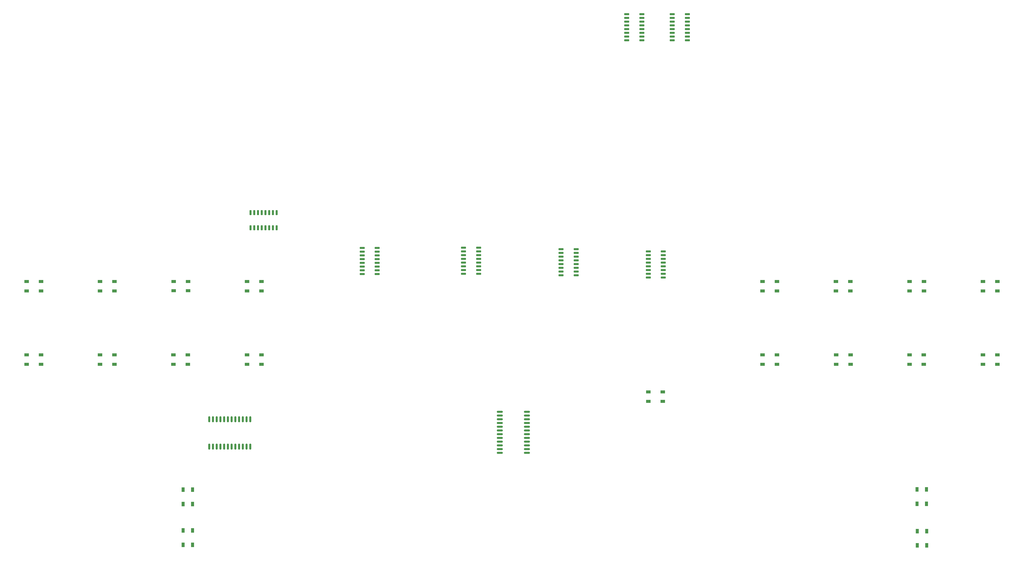
<source format=gbr>
%TF.GenerationSoftware,KiCad,Pcbnew,(5.99.0-11071-g7fde05e8ee)*%
%TF.CreationDate,2021-06-18T03:57:19+02:00*%
%TF.ProjectId,Mixduino,4d697864-7569-46e6-9f2e-6b696361645f,rev?*%
%TF.SameCoordinates,Original*%
%TF.FileFunction,Paste,Top*%
%TF.FilePolarity,Positive*%
%FSLAX46Y46*%
G04 Gerber Fmt 4.6, Leading zero omitted, Abs format (unit mm)*
G04 Created by KiCad (PCBNEW (5.99.0-11071-g7fde05e8ee)) date 2021-06-18 03:57:19*
%MOMM*%
%LPD*%
G01*
G04 APERTURE LIST*
G04 Aperture macros list*
%AMRoundRect*
0 Rectangle with rounded corners*
0 $1 Rounding radius*
0 $2 $3 $4 $5 $6 $7 $8 $9 X,Y pos of 4 corners*
0 Add a 4 corners polygon primitive as box body*
4,1,4,$2,$3,$4,$5,$6,$7,$8,$9,$2,$3,0*
0 Add four circle primitives for the rounded corners*
1,1,$1+$1,$2,$3*
1,1,$1+$1,$4,$5*
1,1,$1+$1,$6,$7*
1,1,$1+$1,$8,$9*
0 Add four rect primitives between the rounded corners*
20,1,$1+$1,$2,$3,$4,$5,0*
20,1,$1+$1,$4,$5,$6,$7,0*
20,1,$1+$1,$6,$7,$8,$9,0*
20,1,$1+$1,$8,$9,$2,$3,0*%
G04 Aperture macros list end*
%ADD10RoundRect,0.150000X0.725000X0.150000X-0.725000X0.150000X-0.725000X-0.150000X0.725000X-0.150000X0*%
%ADD11R,1.500000X1.000000*%
%ADD12RoundRect,0.150000X0.150000X-0.875000X0.150000X0.875000X-0.150000X0.875000X-0.150000X-0.875000X0*%
%ADD13RoundRect,0.150000X0.150000X-0.725000X0.150000X0.725000X-0.150000X0.725000X-0.150000X-0.725000X0*%
%ADD14R,1.000000X1.500000*%
%ADD15RoundRect,0.150000X-0.725000X-0.150000X0.725000X-0.150000X0.725000X0.150000X-0.725000X0.150000X0*%
%ADD16RoundRect,0.150000X-0.875000X-0.150000X0.875000X-0.150000X0.875000X0.150000X-0.875000X0.150000X0*%
G04 APERTURE END LIST*
D10*
%TO.C,UVU-LINE3*%
X321580000Y-158380000D03*
X321580000Y-157110000D03*
X321580000Y-155840000D03*
X321580000Y-154570000D03*
X321580000Y-153300000D03*
X321580000Y-152030000D03*
X321580000Y-150760000D03*
X321580000Y-149490000D03*
X316430000Y-149490000D03*
X316430000Y-150760000D03*
X316430000Y-152030000D03*
X316430000Y-153300000D03*
X316430000Y-154570000D03*
X316430000Y-155840000D03*
X316430000Y-157110000D03*
X316430000Y-158380000D03*
%TD*%
D11*
%TO.C,NP2*%
X159555000Y-160504900D03*
X159555000Y-163704900D03*
X164455000Y-163704900D03*
X164455000Y-160504900D03*
%TD*%
%TO.C,NP19*%
X346150000Y-198100000D03*
X346150000Y-201300000D03*
X351050000Y-201300000D03*
X351050000Y-198100000D03*
%TD*%
%TO.C,NP13*%
X410065000Y-185510000D03*
X410065000Y-188710000D03*
X414965000Y-188710000D03*
X414965000Y-185510000D03*
%TD*%
%TO.C,NP1*%
X134570000Y-160480000D03*
X134570000Y-163680000D03*
X139470000Y-163680000D03*
X139470000Y-160480000D03*
%TD*%
D12*
%TO.C,IC-MPLEX-2*%
X196723000Y-216740000D03*
X197993000Y-216740000D03*
X199263000Y-216740000D03*
X200533000Y-216740000D03*
X201803000Y-216740000D03*
X203073000Y-216740000D03*
X204343000Y-216740000D03*
X205613000Y-216740000D03*
X206883000Y-216740000D03*
X208153000Y-216740000D03*
X209423000Y-216740000D03*
X210693000Y-216740000D03*
X210693000Y-207440000D03*
X209423000Y-207440000D03*
X208153000Y-207440000D03*
X206883000Y-207440000D03*
X205613000Y-207440000D03*
X204343000Y-207440000D03*
X203073000Y-207440000D03*
X201803000Y-207440000D03*
X200533000Y-207440000D03*
X199263000Y-207440000D03*
X197993000Y-207440000D03*
X196723000Y-207440000D03*
%TD*%
D11*
%TO.C,NP7*%
X184555000Y-185504900D03*
X184555000Y-188704900D03*
X189455000Y-188704900D03*
X189455000Y-185504900D03*
%TD*%
D13*
%TO.C,U-LEDS1*%
X210755000Y-142225000D03*
X212025000Y-142225000D03*
X213295000Y-142225000D03*
X214565000Y-142225000D03*
X215835000Y-142225000D03*
X217105000Y-142225000D03*
X218375000Y-142225000D03*
X219645000Y-142225000D03*
X219645000Y-137075000D03*
X218375000Y-137075000D03*
X217105000Y-137075000D03*
X215835000Y-137075000D03*
X214565000Y-137075000D03*
X213295000Y-137075000D03*
X212025000Y-137075000D03*
X210755000Y-137075000D03*
%TD*%
D10*
%TO.C,U-LEDSR1*%
X351275000Y-159145000D03*
X351275000Y-157875000D03*
X351275000Y-156605000D03*
X351275000Y-155335000D03*
X351275000Y-154065000D03*
X351275000Y-152795000D03*
X351275000Y-151525000D03*
X351275000Y-150255000D03*
X346125000Y-150255000D03*
X346125000Y-151525000D03*
X346125000Y-152795000D03*
X346125000Y-154065000D03*
X346125000Y-155335000D03*
X346125000Y-156605000D03*
X346125000Y-157875000D03*
X346125000Y-159145000D03*
%TD*%
D11*
%TO.C,NP5*%
X134580000Y-185460000D03*
X134580000Y-188660000D03*
X139480000Y-188660000D03*
X139480000Y-185460000D03*
%TD*%
D14*
%TO.C,NP9*%
X187830000Y-236270000D03*
X191030000Y-236270000D03*
X191030000Y-231370000D03*
X187830000Y-231370000D03*
%TD*%
D11*
%TO.C,NP16*%
X435055000Y-160494900D03*
X435055000Y-163694900D03*
X439955000Y-163694900D03*
X439955000Y-160494900D03*
%TD*%
%TO.C,NP3*%
X184590000Y-160460000D03*
X184590000Y-163660000D03*
X189490000Y-163660000D03*
X189490000Y-160460000D03*
%TD*%
%TO.C,NP14*%
X385050000Y-185470000D03*
X385050000Y-188670000D03*
X389950000Y-188670000D03*
X389950000Y-185470000D03*
%TD*%
%TO.C,NP8*%
X209590000Y-185480000D03*
X209590000Y-188680000D03*
X214490000Y-188680000D03*
X214490000Y-185480000D03*
%TD*%
%TO.C,NP12*%
X435030000Y-185490000D03*
X435030000Y-188690000D03*
X439930000Y-188690000D03*
X439930000Y-185490000D03*
%TD*%
D14*
%TO.C,NP10*%
X187840000Y-250170000D03*
X191040000Y-250170000D03*
X191040000Y-245270000D03*
X187840000Y-245270000D03*
%TD*%
%TO.C,NP20*%
X437630000Y-236190000D03*
X440830000Y-236190000D03*
X440830000Y-231290000D03*
X437630000Y-231290000D03*
%TD*%
D11*
%TO.C,NP4*%
X209575000Y-160474900D03*
X209575000Y-163674900D03*
X214475000Y-163674900D03*
X214475000Y-160474900D03*
%TD*%
D15*
%TO.C,UVU-MASTER-L1*%
X338801000Y-69455000D03*
X338801000Y-70725000D03*
X338801000Y-71995000D03*
X338801000Y-73265000D03*
X338801000Y-74535000D03*
X338801000Y-75805000D03*
X338801000Y-77075000D03*
X338801000Y-78345000D03*
X343951000Y-78345000D03*
X343951000Y-77075000D03*
X343951000Y-75805000D03*
X343951000Y-74535000D03*
X343951000Y-73265000D03*
X343951000Y-71995000D03*
X343951000Y-70725000D03*
X343951000Y-69455000D03*
%TD*%
D11*
%TO.C,NP6*%
X159585000Y-185504900D03*
X159585000Y-188704900D03*
X164485000Y-188704900D03*
X164485000Y-185504900D03*
%TD*%
D16*
%TO.C,IC-MPLEX-1*%
X295578000Y-204851000D03*
X295578000Y-206121000D03*
X295578000Y-207391000D03*
X295578000Y-208661000D03*
X295578000Y-209931000D03*
X295578000Y-211201000D03*
X295578000Y-212471000D03*
X295578000Y-213741000D03*
X295578000Y-215011000D03*
X295578000Y-216281000D03*
X295578000Y-217551000D03*
X295578000Y-218821000D03*
X304878000Y-218821000D03*
X304878000Y-217551000D03*
X304878000Y-216281000D03*
X304878000Y-215011000D03*
X304878000Y-213741000D03*
X304878000Y-212471000D03*
X304878000Y-211201000D03*
X304878000Y-209931000D03*
X304878000Y-208661000D03*
X304878000Y-207391000D03*
X304878000Y-206121000D03*
X304878000Y-204851000D03*
%TD*%
D11*
%TO.C,NP11*%
X460055000Y-185484900D03*
X460055000Y-188684900D03*
X464955000Y-188684900D03*
X464955000Y-185484900D03*
%TD*%
D15*
%TO.C,UVU-MASTER-R1*%
X354295000Y-69469000D03*
X354295000Y-70739000D03*
X354295000Y-72009000D03*
X354295000Y-73279000D03*
X354295000Y-74549000D03*
X354295000Y-75819000D03*
X354295000Y-77089000D03*
X354295000Y-78359000D03*
X359445000Y-78359000D03*
X359445000Y-77089000D03*
X359445000Y-75819000D03*
X359445000Y-74549000D03*
X359445000Y-73279000D03*
X359445000Y-72009000D03*
X359445000Y-70739000D03*
X359445000Y-69469000D03*
%TD*%
D11*
%TO.C,NP17*%
X410035000Y-160504900D03*
X410035000Y-163704900D03*
X414935000Y-163704900D03*
X414935000Y-160504900D03*
%TD*%
%TO.C,NP15*%
X460060000Y-160470000D03*
X460060000Y-163670000D03*
X464960000Y-163670000D03*
X464960000Y-160470000D03*
%TD*%
D10*
%TO.C,UVU-LINE1*%
X253905000Y-157945000D03*
X253905000Y-156675000D03*
X253905000Y-155405000D03*
X253905000Y-154135000D03*
X253905000Y-152865000D03*
X253905000Y-151595000D03*
X253905000Y-150325000D03*
X253905000Y-149055000D03*
X248755000Y-149055000D03*
X248755000Y-150325000D03*
X248755000Y-151595000D03*
X248755000Y-152865000D03*
X248755000Y-154135000D03*
X248755000Y-155405000D03*
X248755000Y-156675000D03*
X248755000Y-157945000D03*
%TD*%
%TO.C,UVU-LINE2*%
X288425000Y-157895000D03*
X288425000Y-156625000D03*
X288425000Y-155355000D03*
X288425000Y-154085000D03*
X288425000Y-152815000D03*
X288425000Y-151545000D03*
X288425000Y-150275000D03*
X288425000Y-149005000D03*
X283275000Y-149005000D03*
X283275000Y-150275000D03*
X283275000Y-151545000D03*
X283275000Y-152815000D03*
X283275000Y-154085000D03*
X283275000Y-155355000D03*
X283275000Y-156625000D03*
X283275000Y-157895000D03*
%TD*%
D14*
%TO.C,NP21*%
X437670000Y-250360000D03*
X440870000Y-250360000D03*
X440870000Y-245460000D03*
X437670000Y-245460000D03*
%TD*%
D11*
%TO.C,NP18*%
X385060000Y-160490000D03*
X385060000Y-163690000D03*
X389960000Y-163690000D03*
X389960000Y-160490000D03*
%TD*%
M02*

</source>
